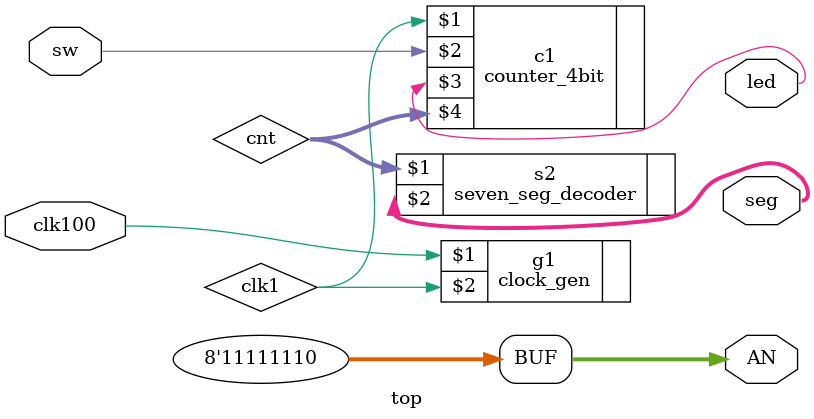
<source format=v>
`timescale 1ns / 1ps


module top(sw, clk100, led, seg, AN);

    input       sw;
    input       clk100;
    output      led;
    output      [6:0] seg;
    output      [7:0] AN;
    
    wire clk1;
    wire [3:0] cnt;
    
    assign AN = 8'b1111_1110;
    
    //                          (clk   , clkSlow)
    clock_gen           g1      (clk100,    clk1);
    
    //                          (clk,   clk_en, carry_out,  Q)
    counter_4bit        c1      (clk1,  sw,     led,        cnt);
    
    //                          (SW , seg)
    seven_seg_decoder   s2      (cnt, seg);

endmodule

</source>
